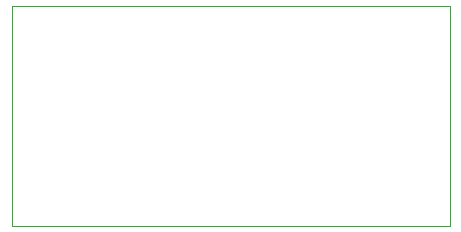
<source format=gm1>
G04*
G04 #@! TF.GenerationSoftware,Altium Limited,Altium Designer,19.1.6 (110)*
G04*
G04 Layer_Color=16711935*
%FSLAX43Y43*%
%MOMM*%
G71*
G01*
G75*
%ADD47C,0.100*%
D47*
X37100Y0D02*
Y18600D01*
X0D02*
X37100D01*
X0Y0D02*
X37100D01*
X0D02*
Y18600D01*
M02*

</source>
